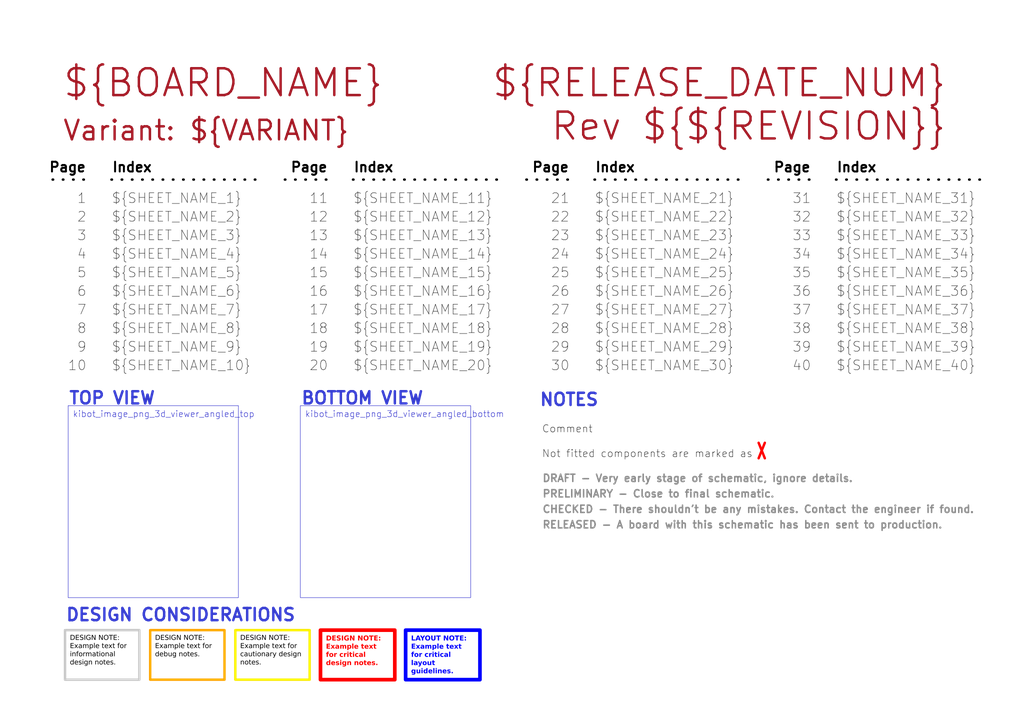
<source format=kicad_sch>
(kicad_sch
	(version 20250114)
	(generator "eeschema")
	(generator_version "9.0")
	(uuid "f9e05184-c88b-4a88-ae9c-ab2bdb32be7c")
	(paper "A3")
	(title_block
		(date "2025-01-12")
		(rev "${REVISION}")
		(company "${COMPANY}")
	)
	(lib_symbols)
	(text "Variant: ${VARIANT}"
		(exclude_from_sim no)
		(at 25.4 58.42 0)
		(effects
			(font
				(size 8 8)
				(thickness 1)
				(bold yes)
				(color 162 22 34 1)
			)
			(justify left bottom)
		)
		(uuid "000ea912-7563-47e5-be4a-8607b961f825")
	)
	(text "RELEASED - A board with this schematic has been sent to production."
		(exclude_from_sim no)
		(at 222.25 217.17 0)
		(effects
			(font
				(size 3 3)
				(thickness 0.6)
				(bold yes)
				(color 140 140 140 1)
			)
			(justify left bottom)
		)
		(uuid "03a9de87-2a7c-40cc-8949-62aed018c019")
	)
	(text "${SHEET_NAME_24}"
		(exclude_from_sim no)
		(at 243.84 106.68 0)
		(effects
			(font
				(size 4 4)
				(color 0 0 0 1)
			)
			(justify left bottom)
			(href "#24")
		)
		(uuid "04fbc6ba-89e3-4184-a4b7-fc2494e97db7")
	)
	(text "20"
		(exclude_from_sim no)
		(at 134.62 152.4 0)
		(effects
			(font
				(size 4 4)
				(color 0 0 0 1)
			)
			(justify right bottom)
			(href "#20")
		)
		(uuid "06737dca-d4ba-435b-b1f2-d66691a0395e")
	)
	(text "25"
		(exclude_from_sim no)
		(at 233.68 114.3 0)
		(effects
			(font
				(size 4 4)
				(color 0 0 0 1)
			)
			(justify right bottom)
			(href "#25")
		)
		(uuid "08a32c22-6c93-4ab9-b845-4fe7f3ebca4d")
	)
	(text "Index"
		(exclude_from_sim no)
		(at 243.84 71.12 0)
		(effects
			(font
				(size 4 4)
				(bold yes)
				(color 0 0 0 1)
			)
			(justify left bottom)
		)
		(uuid "092e98e3-7957-434d-bfdd-b05263750684")
	)
	(text "Page"
		(exclude_from_sim no)
		(at 332.74 71.12 0)
		(effects
			(font
				(size 4 4)
				(bold yes)
				(color 0 0 0 1)
			)
			(justify right bottom)
		)
		(uuid "0a07419b-7688-4fe8-adeb-f976a8f4a761")
	)
	(text "13"
		(exclude_from_sim no)
		(at 134.62 99.06 0)
		(effects
			(font
				(size 4 4)
				(color 0 0 0 1)
			)
			(justify right bottom)
			(href "#13")
		)
		(uuid "0b63ff41-ef0b-4d81-be02-d672d6e4da8d")
	)
	(text "33"
		(exclude_from_sim no)
		(at 332.74 99.06 0)
		(effects
			(font
				(size 4 4)
				(color 0 0 0 1)
			)
			(justify right bottom)
			(href "#33")
		)
		(uuid "1009d74b-dab5-4621-8c04-f00d978fa044")
	)
	(text "PRELIMINARY - Close to final schematic."
		(exclude_from_sim no)
		(at 222.25 204.47 0)
		(effects
			(font
				(size 3 3)
				(thickness 0.6)
				(bold yes)
				(color 140 140 140 1)
			)
			(justify left bottom)
		)
		(uuid "11442418-ba27-4cbf-a7e2-cc6ed9935eb1")
	)
	(text "${SHEET_NAME_22}"
		(exclude_from_sim no)
		(at 243.84 91.44 0)
		(effects
			(font
				(size 4 4)
				(color 0 0 0 1)
			)
			(justify left bottom)
			(href "#22")
		)
		(uuid "1344757b-e41f-4e80-947b-0a2035b4fce9")
	)
	(text "40"
		(exclude_from_sim no)
		(at 332.74 152.4 0)
		(effects
			(font
				(size 4 4)
				(color 0 0 0 1)
			)
			(justify right bottom)
			(href "#40")
		)
		(uuid "1b2709b1-c0f7-4254-8da7-5631857d3853")
	)
	(text "26"
		(exclude_from_sim no)
		(at 233.68 121.92 0)
		(effects
			(font
				(size 4 4)
				(color 0 0 0 1)
			)
			(justify right bottom)
			(href "#26")
		)
		(uuid "1bb2d49c-6a01-4c39-832a-e9c7a051f092")
	)
	(text "7"
		(exclude_from_sim no)
		(at 35.56 129.54 0)
		(effects
			(font
				(size 4 4)
				(color 0 0 0 1)
			)
			(justify right bottom)
			(href "#7")
		)
		(uuid "1c576109-caea-431e-8644-8543de749b79")
	)
	(text "11"
		(exclude_from_sim no)
		(at 134.62 83.82 0)
		(effects
			(font
				(size 4 4)
				(color 0 0 0 1)
			)
			(justify right bottom)
			(href "#11")
		)
		(uuid "22628abe-bb8c-4ca9-a559-3456e08ce477")
	)
	(text "DRAFT - Very early stage of schematic, ignore details."
		(exclude_from_sim no)
		(at 222.25 198.12 0)
		(effects
			(font
				(size 3 3)
				(thickness 0.6)
				(bold yes)
				(color 140 140 140 1)
			)
			(justify left bottom)
		)
		(uuid "23bcc4dd-d59d-4c05-b342-2d26db58b8da")
	)
	(text "28"
		(exclude_from_sim no)
		(at 233.68 137.16 0)
		(effects
			(font
				(size 4 4)
				(color 0 0 0 1)
			)
			(justify right bottom)
			(href "#28")
		)
		(uuid "2442a9e6-4622-4ba0-aee4-95e9a2355828")
	)
	(text "${SHEET_NAME_12}"
		(exclude_from_sim no)
		(at 144.78 91.44 0)
		(effects
			(font
				(size 4 4)
				(color 0 0 0 1)
			)
			(justify left bottom)
			(href "#12")
		)
		(uuid "26f0a480-abfd-4d9b-ac68-8bdfd526e094")
	)
	(text "${SHEET_NAME_8}"
		(exclude_from_sim no)
		(at 45.72 137.16 0)
		(effects
			(font
				(size 4 4)
				(color 0 0 0 1)
			)
			(justify left bottom)
			(href "#8")
		)
		(uuid "28b58a16-122b-49e8-afa7-48c2618dc53d")
	)
	(text "10"
		(exclude_from_sim no)
		(at 35.56 152.4 0)
		(effects
			(font
				(size 4 4)
				(color 0 0 0 1)
			)
			(justify right bottom)
			(href "#10")
		)
		(uuid "29df70b5-9e00-4105-9e4f-bc7dc20e3f72")
	)
	(text "${SHEET_NAME_2}"
		(exclude_from_sim no)
		(at 45.72 91.44 0)
		(effects
			(font
				(size 4 4)
				(color 0 0 0 1)
			)
			(justify left bottom)
			(href "#2")
		)
		(uuid "29fb83bd-9708-49c1-a835-3671e07a7b95")
	)
	(text "${SHEET_NAME_5}"
		(exclude_from_sim no)
		(at 45.72 114.3 0)
		(effects
			(font
				(size 4 4)
				(color 0 0 0 1)
			)
			(justify left bottom)
			(href "#5")
		)
		(uuid "2ac8cebd-4832-4e21-b843-d3261443e2b6")
	)
	(text "Index"
		(exclude_from_sim no)
		(at 342.9 71.12 0)
		(effects
			(font
				(size 4 4)
				(bold yes)
				(color 0 0 0 1)
			)
			(justify left bottom)
		)
		(uuid "2d20b110-4122-4bb3-85c6-52f89dff8d1f")
	)
	(text "31"
		(exclude_from_sim no)
		(at 332.74 83.82 0)
		(effects
			(font
				(size 4 4)
				(color 0 0 0 1)
			)
			(justify right bottom)
			(href "#31")
		)
		(uuid "2e769767-b079-43e5-b995-04b63f171ffa")
	)
	(text "${SHEET_NAME_20}"
		(exclude_from_sim no)
		(at 144.78 152.4 0)
		(effects
			(font
				(size 4 4)
				(color 0 0 0 1)
			)
			(justify left bottom)
			(href "#20")
		)
		(uuid "2ebc04cc-20ea-44c3-8fd2-b0fb93c45b42")
	)
	(text "Page"
		(exclude_from_sim no)
		(at 35.56 71.12 0)
		(effects
			(font
				(size 4 4)
				(bold yes)
				(color 0 0 0 1)
			)
			(justify right bottom)
		)
		(uuid "31a5a95f-a57b-403a-98da-2e1fbe2b2295")
	)
	(text "14"
		(exclude_from_sim no)
		(at 134.62 106.68 0)
		(effects
			(font
				(size 4 4)
				(color 0 0 0 1)
			)
			(justify right bottom)
			(href "#14")
		)
		(uuid "38a1da8c-a9d9-432f-9233-200e69e13b3a")
	)
	(text "${SHEET_NAME_23}"
		(exclude_from_sim no)
		(at 243.84 99.06 0)
		(effects
			(font
				(size 4 4)
				(color 0 0 0 1)
			)
			(justify left bottom)
			(href "#23")
		)
		(uuid "3946100b-591d-4e38-9079-fe42aa6dc626")
	)
	(text "Page"
		(exclude_from_sim no)
		(at 134.62 71.12 0)
		(effects
			(font
				(size 4 4)
				(bold yes)
				(color 0 0 0 1)
			)
			(justify right bottom)
		)
		(uuid "3e77b120-e346-455e-abaf-4a9c7d1682fd")
	)
	(text "${RELEASE_DATE_NUM}"
		(exclude_from_sim no)
		(at 388.62 40.64 0)
		(effects
			(font
				(size 11 11)
				(thickness 1)
				(bold yes)
				(color 162 22 34 1)
			)
			(justify right bottom)
		)
		(uuid "41e90dbf-cdb3-4f5b-b829-1b84a76a5924")
	)
	(text "24"
		(exclude_from_sim no)
		(at 233.68 106.68 0)
		(effects
			(font
				(size 4 4)
				(color 0 0 0 1)
			)
			(justify right bottom)
			(href "#24")
		)
		(uuid "49255cb5-4dcc-42be-a136-139aba5d7504")
	)
	(text "23"
		(exclude_from_sim no)
		(at 233.68 99.06 0)
		(effects
			(font
				(size 4 4)
				(color 0 0 0 1)
			)
			(justify right bottom)
			(href "#23")
		)
		(uuid "4a052e6c-e34b-452d-a22e-3979cd214786")
	)
	(text "1"
		(exclude_from_sim no)
		(at 35.56 83.82 0)
		(effects
			(font
				(size 4 4)
				(color 0 0 0 1)
			)
			(justify right bottom)
			(href "#1")
		)
		(uuid "4b0ed47a-9b59-42f0-a2af-ecaccf5a89c3")
	)
	(text "30"
		(exclude_from_sim no)
		(at 233.68 152.4 0)
		(effects
			(font
				(size 4 4)
				(color 0 0 0 1)
			)
			(justify right bottom)
			(href "#30")
		)
		(uuid "4e5b665c-4c27-411d-8242-f1249e25cce0")
	)
	(text "${SHEET_NAME_35}"
		(exclude_from_sim no)
		(at 342.9 114.3 0)
		(effects
			(font
				(size 4 4)
				(color 0 0 0 1)
			)
			(justify left bottom)
			(href "#35")
		)
		(uuid "4fefe87c-0c25-43e5-a3b2-18b15abe07e3")
	)
	(text "Not fitted components are marked as"
		(exclude_from_sim no)
		(at 222.25 187.96 0)
		(effects
			(font
				(size 3 3)
				(color 0 0 0 1)
			)
			(justify left bottom)
		)
		(uuid "5135dbd7-df4e-46cd-8739-492cd009b1f6")
	)
	(text "${SHEET_NAME_11}"
		(exclude_from_sim no)
		(at 144.78 83.82 0)
		(effects
			(font
				(size 4 4)
				(color 0 0 0 1)
			)
			(justify left bottom)
			(href "#11")
		)
		(uuid "521b08c4-0bd9-4d68-80be-7478df8fbde9")
	)
	(text "32"
		(exclude_from_sim no)
		(at 332.74 91.44 0)
		(effects
			(font
				(size 4 4)
				(color 0 0 0 1)
			)
			(justify right bottom)
			(href "#32")
		)
		(uuid "53818ecd-325c-48e2-bb9d-ec3fb48f34c9")
	)
	(text "${SHEET_NAME_6}"
		(exclude_from_sim no)
		(at 45.72 121.92 0)
		(effects
			(font
				(size 4 4)
				(color 0 0 0 1)
			)
			(justify left bottom)
			(href "#6")
		)
		(uuid "58cf0eb5-a6da-463e-aeda-fbe87a3cd079")
	)
	(text "36"
		(exclude_from_sim no)
		(at 332.74 121.92 0)
		(effects
			(font
				(size 4 4)
				(color 0 0 0 1)
			)
			(justify right bottom)
			(href "#36")
		)
		(uuid "5dac577c-aef6-4b3c-9237-0c2b9f804fbc")
	)
	(text "${SHEET_NAME_37}"
		(exclude_from_sim no)
		(at 342.9 129.54 0)
		(effects
			(font
				(size 4 4)
				(color 0 0 0 1)
			)
			(justify left bottom)
			(href "#37")
		)
		(uuid "5f3a4b8b-6b33-42d9-ac5f-6e29aa22b302")
	)
	(text "35"
		(exclude_from_sim no)
		(at 332.74 114.3 0)
		(effects
			(font
				(size 4 4)
				(color 0 0 0 1)
			)
			(justify right bottom)
			(href "#35")
		)
		(uuid "644cbbc3-098e-4ecf-ac2f-be88f0d22361")
	)
	(text "${SHEET_NAME_26}"
		(exclude_from_sim no)
		(at 243.84 121.92 0)
		(effects
			(font
				(size 4 4)
				(color 0 0 0 1)
			)
			(justify left bottom)
			(href "#26")
		)
		(uuid "6a548554-e772-43f3-ba5d-01026d9a064a")
	)
	(text "${SHEET_NAME_36}"
		(exclude_from_sim no)
		(at 342.9 121.92 0)
		(effects
			(font
				(size 4 4)
				(color 0 0 0 1)
			)
			(justify left bottom)
			(href "#36")
		)
		(uuid "6b8d090b-e89a-4677-84e9-b64a5fead89e")
	)
	(text "Rev ${REVISION}"
		(exclude_from_sim no)
		(at 388.62 58.42 0)
		(effects
			(font
				(size 11 11)
				(thickness 1)
				(bold yes)
				(color 162 22 34 1)
			)
			(justify right bottom)
		)
		(uuid "6d1761f6-980b-4588-8313-1bd3d937c291")
	)
	(text "${SHEET_NAME_15}"
		(exclude_from_sim no)
		(at 144.78 114.3 0)
		(effects
			(font
				(size 4 4)
				(color 0 0 0 1)
			)
			(justify left bottom)
			(href "#15")
		)
		(uuid "6f858022-2996-4265-8d0d-5392f83665ac")
	)
	(text "CHECKED - There shouldn't be any mistakes. Contact the engineer if found."
		(exclude_from_sim no)
		(at 222.25 210.82 0)
		(effects
			(font
				(size 3 3)
				(thickness 0.6)
				(bold yes)
				(color 140 140 140 1)
			)
			(justify left bottom)
		)
		(uuid "701d40a5-7fcc-4d35-a582-e3de3695524c")
	)
	(text "BOTTOM VIEW"
		(exclude_from_sim no)
		(at 123.19 166.37 0)
		(effects
			(font
				(size 5 5)
				(bold yes)
				(color 53 60 207 1)
			)
			(justify left bottom)
		)
		(uuid "703db123-558f-4f87-9ff5-c08a220fcdc6")
	)
	(text "${SHEET_NAME_14}"
		(exclude_from_sim no)
		(at 144.78 106.68 0)
		(effects
			(font
				(size 4 4)
				(color 0 0 0 1)
			)
			(justify left bottom)
			(href "#14")
		)
		(uuid "72182600-e68c-43f8-9305-59c8d8dbdc8c")
	)
	(text "${SHEET_NAME_21}"
		(exclude_from_sim no)
		(at 243.84 83.82 0)
		(effects
			(font
				(size 4 4)
				(color 0 0 0 1)
			)
			(justify left bottom)
			(href "#21")
		)
		(uuid "72cf7e48-8628-4785-b42d-ebcc097e0da2")
	)
	(text "12"
		(exclude_from_sim no)
		(at 134.62 91.44 0)
		(effects
			(font
				(size 4 4)
				(color 0 0 0 1)
			)
			(justify right bottom)
			(href "#12")
		)
		(uuid "75d0a1ef-aac5-4003-9e33-aca70ed59023")
	)
	(text "2"
		(exclude_from_sim no)
		(at 35.56 91.44 0)
		(effects
			(font
				(size 4 4)
				(color 0 0 0 1)
			)
			(justify right bottom)
			(href "#2")
		)
		(uuid "761d5be9-e72f-40b6-b87c-29a6aedc1cd0")
	)
	(text "3"
		(exclude_from_sim no)
		(at 35.56 99.06 0)
		(effects
			(font
				(size 4 4)
				(color 0 0 0 1)
			)
			(justify right bottom)
			(href "#3")
		)
		(uuid "7e0f51ce-8c6b-42f9-82d1-98045fd01389")
	)
	(text "${SHEET_NAME_17}"
		(exclude_from_sim no)
		(at 144.78 129.54 0)
		(effects
			(font
				(size 4 4)
				(color 0 0 0 1)
			)
			(justify left bottom)
			(href "#17")
		)
		(uuid "7eaebe1b-e206-4517-a346-0f3f402aebc2")
	)
	(text "37"
		(exclude_from_sim no)
		(at 332.74 129.54 0)
		(effects
			(font
				(size 4 4)
				(color 0 0 0 1)
			)
			(justify right bottom)
			(href "#37")
		)
		(uuid "7f350ec2-91bd-412b-bb17-e3550be6b6fc")
	)
	(text "29"
		(exclude_from_sim no)
		(at 233.68 144.78 0)
		(effects
			(font
				(size 4 4)
				(color 0 0 0 1)
			)
			(justify right bottom)
			(href "#29")
		)
		(uuid "82c607a8-c0a1-4069-b837-ce96dd0eb2bb")
	)
	(text "21"
		(exclude_from_sim no)
		(at 233.68 83.82 0)
		(effects
			(font
				(size 4 4)
				(color 0 0 0 1)
			)
			(justify right bottom)
			(href "#21")
		)
		(uuid "84a2fca0-fdc8-451e-ba92-d21bfe34f79c")
	)
	(text "${SHEET_NAME_18}"
		(exclude_from_sim no)
		(at 144.78 137.16 0)
		(effects
			(font
				(size 4 4)
				(color 0 0 0 1)
			)
			(justify left bottom)
			(href "#18")
		)
		(uuid "861c9b1c-f3f7-4abd-84e4-7e4ecba3dc9e")
	)
	(text "27"
		(exclude_from_sim no)
		(at 233.68 129.54 0)
		(effects
			(font
				(size 4 4)
				(color 0 0 0 1)
			)
			(justify right bottom)
			(href "#27")
		)
		(uuid "87fa597a-67b4-46be-afa2-208d91b20ddd")
	)
	(text "${SHEET_NAME_7}"
		(exclude_from_sim no)
		(at 45.72 129.54 0)
		(effects
			(font
				(size 4 4)
				(color 0 0 0 1)
			)
			(justify left bottom)
			(href "#7")
		)
		(uuid "89dd6e8c-069a-4815-966a-9a118eca524b")
	)
	(text "${SHEET_NAME_31}"
		(exclude_from_sim no)
		(at 342.9 83.82 0)
		(effects
			(font
				(size 4 4)
				(color 0 0 0 1)
			)
			(justify left bottom)
			(href "#31")
		)
		(uuid "8a503a63-fb6c-4df5-a6fc-bc8076c7c001")
	)
	(text "5"
		(exclude_from_sim no)
		(at 35.56 114.3 0)
		(effects
			(font
				(size 4 4)
				(color 0 0 0 1)
			)
			(justify right bottom)
			(href "#5")
		)
		(uuid "8b821864-881a-4cb0-856b-2d9a97f6404e")
	)
	(text "${BOARD_NAME}"
		(exclude_from_sim no)
		(at 25.4 40.64 0)
		(effects
			(font
				(size 11 11)
				(thickness 1)
				(bold yes)
				(color 162 22 34 1)
			)
			(justify left bottom)
		)
		(uuid "8cf431a6-8908-4048-b4aa-271da433a961")
	)
	(text "NOTES"
		(exclude_from_sim no)
		(at 220.98 167.005 0)
		(effects
			(font
				(size 5 5)
				(bold yes)
				(color 53 60 207 1)
			)
			(justify left bottom)
		)
		(uuid "8e0f503c-d18d-404c-84d2-434629c63a09")
	)
	(text "${SHEET_NAME_40}"
		(exclude_from_sim no)
		(at 342.9 152.4 0)
		(effects
			(font
				(size 4 4)
				(color 0 0 0 1)
			)
			(justify left bottom)
			(href "#40")
		)
		(uuid "932682d2-768a-4ce2-8f74-01d2dff2d205")
	)
	(text "18"
		(exclude_from_sim no)
		(at 134.62 137.16 0)
		(effects
			(font
				(size 4 4)
				(color 0 0 0 1)
			)
			(justify right bottom)
			(href "#18")
		)
		(uuid "947e5fec-ce7e-4c5c-82f3-37357af6847d")
	)
	(text "Index"
		(exclude_from_sim no)
		(at 144.78 71.12 0)
		(effects
			(font
				(size 4 4)
				(bold yes)
				(color 0 0 0 1)
			)
			(justify left bottom)
		)
		(uuid "97025432-9170-4ff8-8e9c-fb0b93788c7e")
	)
	(text "${SHEET_NAME_39}"
		(exclude_from_sim no)
		(at 342.9 144.78 0)
		(effects
			(font
				(size 4 4)
				(color 0 0 0 1)
			)
			(justify left bottom)
			(href "#39")
		)
		(uuid "9b659720-c6a5-452d-8e4b-d10969349253")
	)
	(text "${SHEET_NAME_32}"
		(exclude_from_sim no)
		(at 342.9 91.44 0)
		(effects
			(font
				(size 4 4)
				(color 0 0 0 1)
			)
			(justify left bottom)
			(href "#32")
		)
		(uuid "a1062a1d-8c7d-434b-8e41-f018a76ce75c")
	)
	(text "17"
		(exclude_from_sim no)
		(at 134.62 129.54 0)
		(effects
			(font
				(size 4 4)
				(color 0 0 0 1)
			)
			(justify right bottom)
			(href "#17")
		)
		(uuid "a9d84c05-5f8c-4dbb-9619-711f551866b8")
	)
	(text "${SHEET_NAME_1}"
		(exclude_from_sim no)
		(at 45.72 83.82 0)
		(effects
			(font
				(size 4 4)
				(color 0 0 0 1)
			)
			(justify left bottom)
			(href "#1")
		)
		(uuid "afc0bb31-890a-4961-a87a-e0895bcdf665")
	)
	(text "${SHEET_NAME_9}"
		(exclude_from_sim no)
		(at 45.72 144.78 0)
		(effects
			(font
				(size 4 4)
				(color 0 0 0 1)
			)
			(justify left bottom)
			(href "#9")
		)
		(uuid "b5ff3e63-17a3-45d1-8810-34d8d7fe669a")
	)
	(text "${SHEET_NAME_38}"
		(exclude_from_sim no)
		(at 342.9 137.16 0)
		(effects
			(font
				(size 4 4)
				(color 0 0 0 1)
			)
			(justify left bottom)
			(href "#38")
		)
		(uuid "b69e0f14-9732-46c9-88d6-21c0fc2c6a07")
	)
	(text "8"
		(exclude_from_sim no)
		(at 35.56 137.16 0)
		(effects
			(font
				(size 4 4)
				(color 0 0 0 1)
			)
			(justify right bottom)
			(href "#8")
		)
		(uuid "bc946718-a2ab-40c8-8097-9c7e05954e3f")
	)
	(text "${SHEET_NAME_29}"
		(exclude_from_sim no)
		(at 243.84 144.78 0)
		(effects
			(font
				(size 4 4)
				(color 0 0 0 1)
			)
			(justify left bottom)
			(href "#29")
		)
		(uuid "bd1c778b-6b29-4b16-9eff-22de4e335241")
	)
	(text "16"
		(exclude_from_sim no)
		(at 134.62 121.92 0)
		(effects
			(font
				(size 4 4)
				(color 0 0 0 1)
			)
			(justify right bottom)
			(href "#16")
		)
		(uuid "bf5fa6d6-b99b-4e2a-8d79-716b5f8f7abf")
	)
	(text "${SHEET_NAME_34}"
		(exclude_from_sim no)
		(at 342.9 106.68 0)
		(effects
			(font
				(size 4 4)
				(color 0 0 0 1)
			)
			(justify left bottom)
			(href "#34")
		)
		(uuid "c1d78a38-10ea-4159-8081-409282f45a7b")
	)
	(text "${SHEET_NAME_16}"
		(exclude_from_sim no)
		(at 144.78 121.92 0)
		(effects
			(font
				(size 4 4)
				(color 0 0 0 1)
			)
			(justify left bottom)
			(href "#16")
		)
		(uuid "c400b0a7-a930-450f-bf64-22d3913219ae")
	)
	(text "${SHEET_NAME_3}"
		(exclude_from_sim no)
		(at 45.72 99.06 0)
		(effects
			(font
				(size 4 4)
				(color 0 0 0 1)
			)
			(justify left bottom)
			(href "#3")
		)
		(uuid "c47fb2b3-a3ce-4ab0-8283-8dc8a58975c2")
	)
	(text "${SHEET_NAME_19}"
		(exclude_from_sim no)
		(at 144.78 144.78 0)
		(effects
			(font
				(size 4 4)
				(color 0 0 0 1)
			)
			(justify left bottom)
			(href "#19")
		)
		(uuid "c67f1741-9f9b-4afd-9d0e-53f95cc87e3f")
	)
	(text "39"
		(exclude_from_sim no)
		(at 332.74 144.78 0)
		(effects
			(font
				(size 4 4)
				(color 0 0 0 1)
			)
			(justify right bottom)
			(href "#39")
		)
		(uuid "c70c3e5e-4d3f-4182-9ae5-10ba4deb3184")
	)
	(text "Page"
		(exclude_from_sim no)
		(at 233.68 71.12 0)
		(effects
			(font
				(size 4 4)
				(bold yes)
				(color 0 0 0 1)
			)
			(justify right bottom)
		)
		(uuid "c7960137-7711-4ffe-94cf-8be0bcb30b2c")
	)
	(text "Comment"
		(exclude_from_sim no)
		(at 222.25 177.8 0)
		(effects
			(font
				(size 3 3)
				(color 0 0 0 1)
			)
			(justify left bottom)
		)
		(uuid "cd70c2d3-2fc1-43f3-bef3-88f512b1207b")
	)
	(text "TOP VIEW"
		(exclude_from_sim no)
		(at 27.94 166.37 0)
		(effects
			(font
				(size 5 5)
				(bold yes)
				(color 53 60 207 1)
			)
			(justify left bottom)
		)
		(uuid "ce023428-5906-4952-b62a-b62507403698")
	)
	(text "34"
		(exclude_from_sim no)
		(at 332.74 106.68 0)
		(effects
			(font
				(size 4 4)
				(color 0 0 0 1)
			)
			(justify right bottom)
			(href "#34")
		)
		(uuid "d3189638-1afe-44da-8649-12ada9035b76")
	)
	(text "${SHEET_NAME_10}"
		(exclude_from_sim no)
		(at 45.72 152.4 0)
		(effects
			(font
				(size 4 4)
				(color 0 0 0 1)
			)
			(justify left bottom)
			(href "#10")
		)
		(uuid "d794f70b-0900-43e4-9530-3b5babcc433e")
	)
	(text "Index"
		(exclude_from_sim no)
		(at 45.72 71.12 0)
		(effects
			(font
				(size 4 4)
				(bold yes)
				(color 0 0 0 1)
			)
			(justify left bottom)
		)
		(uuid "e26ac9c4-c495-4cb1-ac42-54859d23390e")
	)
	(text "22"
		(exclude_from_sim no)
		(at 233.68 91.44 0)
		(effects
			(font
				(size 4 4)
				(color 0 0 0 1)
			)
			(justify right bottom)
			(href "#22")
		)
		(uuid "e464589f-dbb4-4402-a897-ab7ace77ceac")
	)
	(text "19"
		(exclude_from_sim no)
		(at 134.62 144.78 0)
		(effects
			(font
				(size 4 4)
				(color 0 0 0 1)
			)
			(justify right bottom)
			(href "#19")
		)
		(uuid "e62751b9-589e-4651-9101-35d4946b6768")
	)
	(text "${SHEET_NAME_28}"
		(exclude_from_sim no)
		(at 243.84 137.16 0)
		(effects
			(font
				(size 4 4)
				(color 0 0 0 1)
			)
			(justify left bottom)
			(href "#28")
		)
		(uuid "e679e400-fb5c-43a2-bfd2-0dcd93a17a1a")
	)
	(text "${SHEET_NAME_13}"
		(exclude_from_sim no)
		(at 144.78 99.06 0)
		(effects
			(font
				(size 4 4)
				(color 0 0 0 1)
			)
			(justify left bottom)
			(href "#13")
		)
		(uuid "e6900504-0ef7-479b-92ed-1bc93bd1281c")
	)
	(text "6"
		(exclude_from_sim no)
		(at 35.56 121.92 0)
		(effects
			(font
				(size 4 4)
				(color 0 0 0 1)
			)
			(justify right bottom)
			(href "#6")
		)
		(uuid "ea04c009-8a6e-4df8-a10e-287d81493227")
	)
	(text "15"
		(exclude_from_sim no)
		(at 134.62 114.3 0)
		(effects
			(font
				(size 4 4)
				(color 0 0 0 1)
			)
			(justify right bottom)
			(href "#15")
		)
		(uuid "eac1b517-2ecd-430e-b5b5-e084b3378285")
	)
	(text "${SHEET_NAME_27}"
		(exclude_from_sim no)
		(at 243.84 129.54 0)
		(effects
			(font
				(size 4 4)
				(color 0 0 0 1)
			)
			(justify left bottom)
			(href "#27")
		)
		(uuid "f1b2ac77-8d21-44ea-98ed-905cdacdbace")
	)
	(text "38"
		(exclude_from_sim no)
		(at 332.74 137.16 0)
		(effects
			(font
				(size 4 4)
				(color 0 0 0 1)
			)
			(justify right bottom)
			(href "#38")
		)
		(uuid "f2e05e86-1996-40cc-90aa-23adafc3587e")
	)
	(text "${SHEET_NAME_4}"
		(exclude_from_sim no)
		(at 45.72 106.68 0)
		(effects
			(font
				(size 4 4)
				(color 0 0 0 1)
			)
			(justify left bottom)
			(href "#4")
		)
		(uuid "f38b3e41-64f1-4162-9fc3-42a2ad6ca733")
	)
	(text "9"
		(exclude_from_sim no)
		(at 35.56 144.78 0)
		(effects
			(font
				(size 4 4)
				(color 0 0 0 1)
			)
			(justify right bottom)
			(href "#9")
		)
		(uuid "f5bbe170-3943-4a40-9782-9cbd23ca5c03")
	)
	(text "${SHEET_NAME_33}"
		(exclude_from_sim no)
		(at 342.9 99.06 0)
		(effects
			(font
				(size 4 4)
				(color 0 0 0 1)
			)
			(justify left bottom)
			(href "#33")
		)
		(uuid "f879701f-b24c-4cea-9a39-bc4c0256418b")
	)
	(text "${SHEET_NAME_30}"
		(exclude_from_sim no)
		(at 243.84 152.4 0)
		(effects
			(font
				(size 4 4)
				(color 0 0 0 1)
			)
			(justify left bottom)
			(href "#30")
		)
		(uuid "f92e3186-6b58-461a-bb76-e9302812a57d")
	)
	(text "4"
		(exclude_from_sim no)
		(at 35.56 106.68 0)
		(effects
			(font
				(size 4 4)
				(color 0 0 0 1)
			)
			(justify right bottom)
			(href "#4")
		)
		(uuid "f9755639-0775-4570-b6a2-9829625b15ba")
	)
	(text "${SHEET_NAME_25}"
		(exclude_from_sim no)
		(at 243.84 114.3 0)
		(effects
			(font
				(size 4 4)
				(color 0 0 0 1)
			)
			(justify left bottom)
			(href "#25")
		)
		(uuid "fa27d78d-b2a9-4762-a3f3-e3c37db14fec")
	)
	(text "DESIGN CONSIDERATIONS"
		(exclude_from_sim no)
		(at 26.67 255.27 0)
		(effects
			(font
				(size 5 5)
				(bold yes)
				(color 53 60 207 1)
			)
			(justify left bottom)
		)
		(uuid "faea8a5f-3a8f-49cb-9832-569be941b06b")
	)
	(text_box "DESIGN NOTE:\nExample text for cautionary design notes."
		(exclude_from_sim no)
		(at 96.52 258.445 0)
		(size 30.48 20.32)
		(margins 2 2 2 2)
		(stroke
			(width 1)
			(type solid)
			(color 250 236 0 1)
		)
		(fill
			(type none)
		)
		(effects
			(font
				(face "Arial")
				(size 2 2)
				(color 0 0 0 1)
			)
			(justify left top)
		)
		(uuid "14407e09-ee6c-4b22-86d1-36d73a33e664")
	)
	(text_box "DESIGN NOTE:\nExample text for debug notes."
		(exclude_from_sim no)
		(at 61.595 258.445 0)
		(size 30.48 20.32)
		(margins 2 2 2 2)
		(stroke
			(width 1)
			(type solid)
			(color 255 165 0 1)
		)
		(fill
			(type none)
		)
		(effects
			(font
				(face "Arial")
				(size 2 2)
				(color 0 0 0 1)
			)
			(justify left top)
		)
		(uuid "1499d9a9-9f29-4929-8df7-74d84823ddfb")
	)
	(text_box "DESIGN NOTE:\nExample text for critical design notes."
		(exclude_from_sim no)
		(at 131.445 258.445 0)
		(size 30.48 20.32)
		(margins 2.25 2.25 2.25 2.25)
		(stroke
			(width 1.5)
			(type solid)
			(color 255 0 0 1)
		)
		(fill
			(type none)
		)
		(effects
			(font
				(face "Arial")
				(size 2 2)
				(thickness 0.4)
				(bold yes)
				(color 255 0 0 1)
			)
			(justify left top)
		)
		(uuid "1c311692-d683-4cdf-ac31-77bcdd4c4b39")
	)
	(text_box "LAYOUT NOTE:\nExample text for critical layout guidelines."
		(exclude_from_sim no)
		(at 166.37 258.445 0)
		(size 30.48 20.32)
		(margins 2.25 2.25 2.25 2.25)
		(stroke
			(width 1.5)
			(type solid)
			(color 0 0 255 1)
		)
		(fill
			(type none)
		)
		(effects
			(font
				(face "Arial")
				(size 2 2)
				(thickness 0.4)
				(bold yes)
				(color 0 0 255 1)
			)
			(justify left top)
		)
		(uuid "2efa106d-749e-4c2c-a05c-8429f99997c2")
	)
	(text_box "kibot_image_png_3d_viewer_angled_bottom"
		(exclude_from_sim no)
		(at 123.19 166.37 0)
		(size 69.85 78.74)
		(margins 1.905 1.905 1.905 1.905)
		(stroke
			(width 0)
			(type default)
		)
		(fill
			(type none)
		)
		(effects
			(font
				(size 2.54 2.54)
			)
			(justify left top)
		)
		(uuid "33c3f6da-ba9e-4d58-9257-d85394a72b7b")
	)
	(text_box "DESIGN NOTE:\nExample text for informational design notes."
		(exclude_from_sim no)
		(at 26.67 258.445 0)
		(size 30.48 20.32)
		(margins 2 2 2 2)
		(stroke
			(width 1)
			(type solid)
			(color 200 200 200 1)
		)
		(fill
			(type none)
		)
		(effects
			(font
				(face "Arial")
				(size 2 2)
				(color 0 0 0 1)
			)
			(justify left top)
		)
		(uuid "5018a9e1-9f76-429f-8094-85eee2236cda")
	)
	(text_box "kibot_image_png_3d_viewer_angled_top"
		(exclude_from_sim no)
		(at 27.94 166.37 0)
		(size 69.85 78.74)
		(margins 1.905 1.905 1.905 1.905)
		(stroke
			(width 0)
			(type default)
		)
		(fill
			(type none)
		)
		(effects
			(font
				(size 2.54 2.54)
			)
			(justify left top)
		)
		(uuid "62b01781-ae4a-4e68-9a17-1436f3c897e5")
	)
	(polyline
		(pts
			(xy 45.72 73.66) (xy 106.68 73.66)
		)
		(stroke
			(width 1)
			(type dot)
			(color 0 0 0 1)
		)
		(uuid "0b94fcf5-1891-4585-9535-4e190090991a")
	)
	(polyline
		(pts
			(xy 243.84 73.66) (xy 304.8 73.66)
		)
		(stroke
			(width 1)
			(type dot)
			(color 0 0 0 1)
		)
		(uuid "0cbe4bf1-21dd-46d5-8d33-b4a3f92e1064")
	)
	(polyline
		(pts
			(xy 311.15 181.61) (xy 313.69 187.96)
		)
		(stroke
			(width 1)
			(type default)
			(color 255 0 0 1)
		)
		(uuid "3799b615-bea5-4cb3-b9a2-2785865702a8")
	)
	(polyline
		(pts
			(xy 144.78 73.66) (xy 205.74 73.66)
		)
		(stroke
			(width 1)
			(type dot)
			(color 0 0 0 1)
		)
		(uuid "47e4f34a-6663-4f9a-acb3-7cf4eb159994")
	)
	(polyline
		(pts
			(xy 215.9 73.66) (xy 233.68 73.66)
		)
		(stroke
			(width 1)
			(type dot)
			(color 0 0 0 1)
		)
		(uuid "65b7519a-f480-42a3-926a-07bd8b620575")
	)
	(polyline
		(pts
			(xy 116.84 73.66) (xy 134.62 73.66)
		)
		(stroke
			(width 1)
			(type dot)
			(color 0 0 0 1)
		)
		(uuid "722439e6-abb9-4522-8594-b3181b0d9f4e")
	)
	(polyline
		(pts
			(xy 314.96 73.66) (xy 332.74 73.66)
		)
		(stroke
			(width 1)
			(type dot)
			(color 0 0 0 1)
		)
		(uuid "936e6872-8058-45c0-a0bd-58f432e24b1a")
	)
	(polyline
		(pts
			(xy 21.59 73.66) (xy 35.56 73.66)
		)
		(stroke
			(width 1)
			(type dot)
			(color 0 0 0 1)
		)
		(uuid "a3703ec8-87d6-4c32-a8ca-249d86e6160c")
	)
	(polyline
		(pts
			(xy 313.69 181.61) (xy 311.15 187.96)
		)
		(stroke
			(width 1)
			(type default)
			(color 255 0 0 1)
		)
		(uuid "d1a06d73-e78a-446f-b9d8-0d5c726588d3")
	)
	(polyline
		(pts
			(xy 342.9 73.66) (xy 403.86 73.66)
		)
		(stroke
			(width 1)
			(type dot)
			(color 0 0 0 1)
		)
		(uuid "dee96870-b977-4804-a805-318fe8afe5f2")
	)
	(sheet
		(at 299.72 313.69)
		(size 35.56 5.08)
		(exclude_from_sim no)
		(in_bom yes)
		(on_board yes)
		(dnp no)
		(stroke
			(width 0.1524)
			(type solid)
		)
		(fill
			(color 0 0 0 0.0000)
		)
		(uuid "179513e0-5d54-46f9-91b6-4a13d6971432")
		(property "Sheetname" "ARCHITECTURE"
			(at 299.72 312.9784 0)
			(effects
				(font
					(face "Times New Roman")
					(size 1.905 1.905)
					(bold yes)
					(color 0 0 0 1)
				)
				(justify left bottom)
			)
		)
		(property "Sheetfile" "Project Architecture.kicad_sch"
			(at 300.99 314.96 0)
			(effects
				(font
					(face "Arial")
					(size 1.27 1.27)
				)
				(justify left top)
			)
		)
		(instances
			(project "Input-Protection"
				(path "/f9e05184-c88b-4a88-ae9c-ab2bdb32be7c"
					(page "2")
				)
			)
		)
	)
	(sheet
		(at 340.36 302.26)
		(size 35.56 5.08)
		(exclude_from_sim no)
		(in_bom yes)
		(on_board yes)
		(dnp no)
		(stroke
			(width 0)
			(type solid)
		)
		(fill
			(color 0 0 0 0.0000)
		)
		(uuid "6e125bd6-2f99-4e5d-b3ea-4899f4540739")
		(property "Sheetname" "REVISION HISTORY"
			(at 340.36 300.99 0)
			(effects
				(font
					(face "Times New Roman")
					(size 1.905 1.905)
					(bold yes)
					(color 0 0 0 1)
				)
				(justify left bottom)
			)
		)
		(property "Sheetfile" "Revision History.kicad_sch"
			(at 340.995 303.53 0)
			(effects
				(font
					(face "Arial")
					(size 1.27 1.27)
				)
				(justify left top)
			)
		)
		(instances
			(project "Input-Protection"
				(path "/f9e05184-c88b-4a88-ae9c-ab2bdb32be7c"
					(page "10")
				)
			)
		)
	)
	(sheet_instances
		(path "/"
			(page "1")
		)
	)
	(embedded_fonts no)
)

</source>
